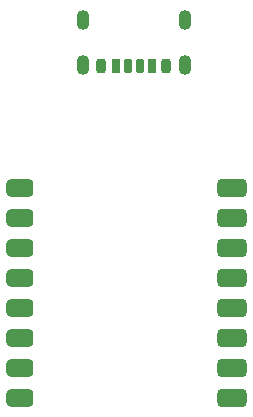
<source format=gtp>
G04 #@! TF.GenerationSoftware,KiCad,Pcbnew,8.0.8*
G04 #@! TF.CreationDate,2025-02-05T12:42:34+03:00*
G04 #@! TF.ProjectId,SMHome_2RelayBoardRound_ESP32_C3_Mini_v1,534d486f-6d65-45f3-9252-656c6179426f,12*
G04 #@! TF.SameCoordinates,Original*
G04 #@! TF.FileFunction,Paste,Top*
G04 #@! TF.FilePolarity,Positive*
%FSLAX46Y46*%
G04 Gerber Fmt 4.6, Leading zero omitted, Abs format (unit mm)*
G04 Created by KiCad (PCBNEW 8.0.8) date 2025-02-05 12:42:34*
%MOMM*%
%LPD*%
G01*
G04 APERTURE LIST*
G04 Aperture macros list*
%AMRoundRect*
0 Rectangle with rounded corners*
0 $1 Rounding radius*
0 $2 $3 $4 $5 $6 $7 $8 $9 X,Y pos of 4 corners*
0 Add a 4 corners polygon primitive as box body*
4,1,4,$2,$3,$4,$5,$6,$7,$8,$9,$2,$3,0*
0 Add four circle primitives for the rounded corners*
1,1,$1+$1,$2,$3*
1,1,$1+$1,$4,$5*
1,1,$1+$1,$6,$7*
1,1,$1+$1,$8,$9*
0 Add four rect primitives between the rounded corners*
20,1,$1+$1,$2,$3,$4,$5,0*
20,1,$1+$1,$4,$5,$6,$7,0*
20,1,$1+$1,$6,$7,$8,$9,0*
20,1,$1+$1,$8,$9,$2,$3,0*%
G04 Aperture macros list end*
%ADD10RoundRect,0.175000X0.175000X0.425000X-0.175000X0.425000X-0.175000X-0.425000X0.175000X-0.425000X0*%
%ADD11RoundRect,0.190000X-0.190000X-0.410000X0.190000X-0.410000X0.190000X0.410000X-0.190000X0.410000X0*%
%ADD12RoundRect,0.200000X-0.200000X-0.400000X0.200000X-0.400000X0.200000X0.400000X-0.200000X0.400000X0*%
%ADD13RoundRect,0.175000X-0.175000X-0.425000X0.175000X-0.425000X0.175000X0.425000X-0.175000X0.425000X0*%
%ADD14RoundRect,0.190000X0.190000X0.410000X-0.190000X0.410000X-0.190000X-0.410000X0.190000X-0.410000X0*%
%ADD15RoundRect,0.200000X0.200000X0.400000X-0.200000X0.400000X-0.200000X-0.400000X0.200000X-0.400000X0*%
%ADD16O,1.100000X1.700000*%
%ADD17RoundRect,0.381000X0.869000X0.381000X-0.869000X0.381000X-0.869000X-0.381000X0.869000X-0.381000X0*%
%ADD18RoundRect,0.381000X0.762000X0.381000X-0.762000X0.381000X-0.762000X-0.381000X0.762000X-0.381000X0*%
G04 APERTURE END LIST*
D10*
X140504800Y-88754199D03*
D11*
X138484800Y-88754200D03*
D12*
X137254800Y-88754200D03*
D13*
X139504800Y-88754199D03*
D14*
X141524800Y-88754200D03*
D15*
X142754800Y-88754200D03*
D16*
X144324800Y-88674200D03*
X144324800Y-84874200D03*
X135684800Y-88674200D03*
X135684800Y-84874200D03*
D17*
X148344400Y-116865400D03*
X148344400Y-114325400D03*
X148344400Y-111785400D03*
X148344400Y-109245401D03*
X148344400Y-106705399D03*
X148344400Y-104165400D03*
X148344400Y-101625400D03*
X148344400Y-99085400D03*
D18*
X130344400Y-99085400D03*
X130344400Y-101625400D03*
X130344400Y-104165400D03*
X130344400Y-106705399D03*
X130344400Y-109245401D03*
X130344400Y-111785400D03*
X130344400Y-114325400D03*
X130344400Y-116865400D03*
M02*

</source>
